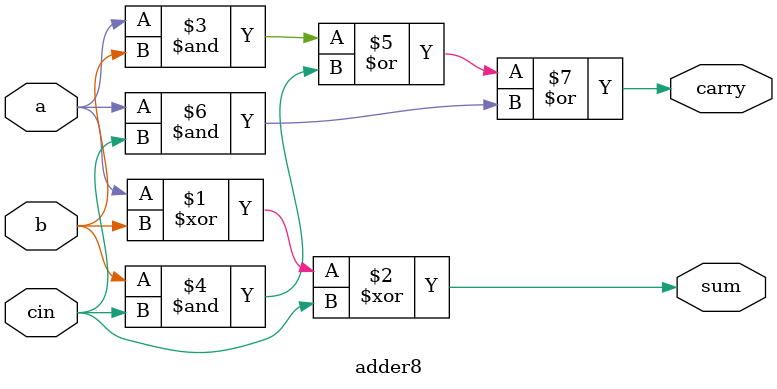
<source format=v>
`timescale 1ns / 1ps


module adder8(
input  a,
input  b,
input cin,
output  sum,
output  carry
    );
    assign sum = a^b^cin;
    assign carry = (a&b)|(b&cin)|(a&cin);
endmodule

</source>
